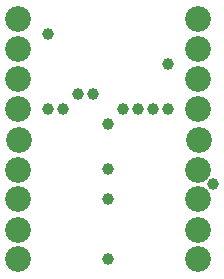
<source format=gbr>
G04 GERBER ASCII OUTPUT FROM: EDWIN 2000 (VER. 1.1 REV. 20011025)*
G04 GERBER FORMAT: RX-274-X*
G04 BOARD: 18_PIN_DIL_ADAPTER*
G04 ARTWORK OF SOLD.MASK POSITIVE*
%ASAXBY*%
%FSLAX23Y23*%
%MIA0B0*%
%MOIN*%
%OFA0.0000B0.0000*%
%SFA1B1*%
%IJA0B0*%
%INLAYER30POS*%
%IOA0B0*%
%IPPOS*%
%IR0*%
G04 APERTURE MACROS*
%AMEDWDONUT*
1,1,$1,$2,$3*
1,0,$4,$2,$3*
%
%AMEDWFRECT*
2,1,$1,$2,$3,$4,$5,$6*
%
%AMEDWORECT*
2,1,$1,$2,$3,$4,$5,$10*
2,1,$1,$4,$5,$6,$7,$10*
2,1,$1,$6,$7,$8,$9,$10*
2,1,$1,$8,$9,$2,$3,$10*
1,1,$1,$2,$3*
1,1,$1,$4,$5*
1,1,$1,$6,$7*
1,1,$1,$8,$9*
%
%AMEDWLINER*
2,1,$1,$2,$3,$4,$5,$6*
1,1,$1,$2,$3*
1,1,$1,$4,$5*
%
%AMEDWFTRNG*
4,1,3,$1,$2,$3,$4,$5,$6,$7,$8,$9*
%
%AMEDWATRNG*
4,1,3,$1,$2,$3,$4,$5,$6,$7,$8,$9*
2,1,$11,$1,$2,$3,$4,$10*
2,1,$11,$3,$4,$5,$6,$10*
2,1,$11,$5,$6,$7,$8,$10*
1,1,$11,$3,$4*
1,1,$11,$5,$6*
1,1,$11,$7,$8*
%
%AMEDWOTRNG*
2,1,$1,$2,$3,$4,$5,$8*
2,1,$1,$4,$5,$6,$7,$8*
2,1,$1,$6,$7,$2,$3,$8*
1,1,$1,$2,$3*
1,1,$1,$4,$5*
1,1,$1,$6,$7*
%
G04*
G04 APERTURE LIST*
%ADD10R,0.0750X0.0250*%
%ADD11R,0.0990X0.0490*%
%ADD12R,0.0700X0.0200*%
%ADD13R,0.0940X0.0440*%
%ADD14R,0.0900X0.0350*%
%ADD15R,0.1140X0.0590*%
%ADD16R,0.0800X0.0250*%
%ADD17R,0.1040X0.0490*%
%ADD18R,0.0850X0.0250*%
%ADD19R,0.1090X0.0490*%
%ADD20R,0.0750X0.0150*%
%ADD21R,0.0990X0.0390*%
%ADD22C,0.0010*%
%ADD24C,0.0020*%
%ADD25R,0.0020X0.0020*%
%ADD26C,0.0030*%
%ADD27R,0.0030X0.0030*%
%ADD28C,0.0040*%
%ADD29R,0.0040X0.0040*%
%ADD30C,0.0050*%
%ADD31R,0.0050X0.0050*%
%ADD32C,0.00787*%
%ADD33R,0.00787X0.00787*%
%ADD34C,0.0080*%
%ADD36C,0.0090*%
%ADD37R,0.0090X0.0090*%
%ADD38C,0.00984*%
%ADD39R,0.00984X0.00984*%
%ADD40C,0.0120*%
%ADD42C,0.0130*%
%ADD43R,0.0130X0.0130*%
%ADD44C,0.0150*%
%ADD45R,0.0150X0.0150*%
%ADD46C,0.01969*%
%ADD47R,0.01969X0.01969*%
%ADD48C,0.0250*%
%ADD49R,0.0250X0.0250*%
%ADD50C,0.0290*%
%ADD52C,0.0320*%
%ADD54C,0.0350*%
%ADD55R,0.0350X0.0350*%
%ADD56C,0.0360*%
%ADD58C,0.0370*%
%ADD59R,0.0370X0.0370*%
%ADD60C,0.0390*%
%ADD61R,0.0390X0.0390*%
%ADD62C,0.03937*%
%ADD63R,0.03937X0.03937*%
%ADD64C,0.0400*%
%ADD65R,0.0400X0.0400*%
%ADD66C,0.0470*%
%ADD67R,0.0470X0.0470*%
%ADD68C,0.0480*%
%ADD69R,0.0480X0.0480*%
%ADD70C,0.0490*%
%ADD71R,0.0490X0.0490*%
%ADD72C,0.0500*%
%ADD73R,0.0500X0.0500*%
%ADD74C,0.0560*%
%ADD75R,0.0560X0.0560*%
%ADD76C,0.0570*%
%ADD77R,0.0570X0.0570*%
%ADD78C,0.0580*%
%ADD79R,0.0580X0.0580*%
%ADD80C,0.0590*%
%ADD81R,0.0590X0.0590*%
%ADD82C,0.05906*%
%ADD83R,0.05906X0.05906*%
%ADD84C,0.0600*%
%ADD85R,0.0600X0.0600*%
%ADD86C,0.0620*%
%ADD87R,0.0620X0.0620*%
%ADD88C,0.0630*%
%ADD89R,0.0630X0.0630*%
%ADD90C,0.0640*%
%ADD91R,0.0640X0.0640*%
%ADD92C,0.06693*%
%ADD93R,0.06693X0.06693*%
%ADD94C,0.0670*%
%ADD95R,0.0670X0.0670*%
%ADD96C,0.06906*%
%ADD97R,0.06906X0.06906*%
%ADD98C,0.0700*%
%ADD99R,0.0700X0.0700*%
%ADD100C,0.0710*%
%ADD101R,0.0710X0.0710*%
%ADD102C,0.0720*%
%ADD103R,0.0720X0.0720*%
%ADD104C,0.0730*%
%ADD105R,0.0730X0.0730*%
%ADD106C,0.0740*%
%ADD107R,0.0740X0.0740*%
%ADD108C,0.0750*%
%ADD109R,0.0750X0.0750*%
%ADD110C,0.0800*%
%ADD111R,0.0800X0.0800*%
%ADD112C,0.0810*%
%ADD113R,0.0810X0.0810*%
%ADD114C,0.0820*%
%ADD115R,0.0820X0.0820*%
%ADD116C,0.0840*%
%ADD117R,0.0840X0.0840*%
%ADD118C,0.0850*%
%ADD119R,0.0850X0.0850*%
%ADD120C,0.0860*%
%ADD122C,0.0900*%
%ADD123R,0.0900X0.0900*%
%ADD124C,0.0910*%
%ADD125R,0.0910X0.0910*%
%ADD126C,0.0940*%
%ADD127R,0.0940X0.0940*%
%ADD128C,0.0990*%
%ADD129R,0.0990X0.0990*%
%ADD130C,0.1040*%
%ADD131R,0.1040X0.1040*%
%ADD132C,0.1090*%
%ADD133R,0.1090X0.1090*%
%ADD134C,0.1100*%
%ADD137R,0.1140X0.1140*%
%ADD138C,0.2140*%
%ADD139R,0.2140X0.2140*%
%ADD140C,0.3140*%
%ADD141R,0.3140X0.3140*%
%ADD142C,0.4140*%
%ADD143R,0.4140X0.4140*%
%ADD144C,0.5140*%
%ADD145R,0.5140X0.5140*%
%ADD146C,0.6140*%
%ADD147R,0.6140X0.6140*%
%ADD148C,0.7140*%
%ADD149R,0.7140X0.7140*%
%ADD150C,0.8140*%
%ADD151R,0.8140X0.8140*%
%ADD152C,0.9140*%
%ADD153R,0.9140X0.9140*%
%ADD154C,1.0140*%
%ADD155R,1.0140X1.0140*%
%ADD156C,1.1140*%
%ADD157R,1.1140X1.1140*%
%ADD158C,1.2140*%
%ADD159R,1.2140X1.2140*%
%ADD160C,1.3140*%
%ADD161R,1.3140X1.3140*%
%ADD162C,1.4140*%
%ADD163R,1.4140X1.4140*%
%ADD164C,1.5140*%
%ADD165R,1.5140X1.5140*%
%ADD166C,1.6140*%
%ADD167R,1.6140X1.6140*%
%ADD168C,1.7140*%
%ADD169R,1.7140X1.7140*%
%ADD170C,1.8140*%
%ADD171R,1.8140X1.8140*%
%ADD172C,1.9140*%
%ADD173R,1.9140X1.9140*%
G04*
D120*
X96Y872D02*D03*
X96Y772D02*D03*
X96Y672D02*D03*
X96Y572D02*D03*
X98Y470D02*D03*
X96Y371D02*D03*
X96Y273D02*D03*
X96Y169D02*D03*
X96Y72D02*D03*
X696Y872D02*D03*
X696Y772D02*D03*
X696Y672D02*D03*
X696Y572D02*D03*
X698Y470D02*D03*
X696Y371D02*D03*
X696Y273D02*D03*
X696Y169D02*D03*
X696Y72D02*D03*
D62* 
X746Y322D02*D03*
X396Y522D02*D03*
X396Y372D02*D03*
X446Y572D02*D03*
X496Y572D02*D03*
X596Y722D02*D03*
X396Y272D02*D03*
X596Y572D02*D03*
X546Y572D02*D03*
X346Y622D02*D03*
X296Y622D02*D03*
X196Y572D02*D03*
X196Y822D02*D03*
X396Y72D02*D03*
X246Y572D02*D03*
M02*

</source>
